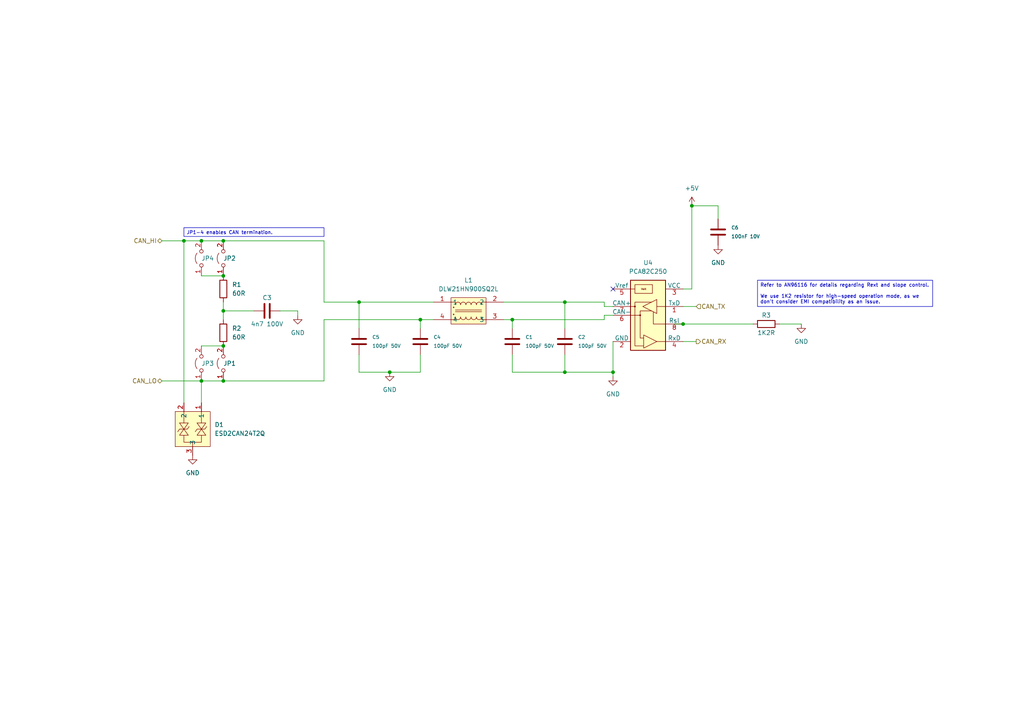
<source format=kicad_sch>
(kicad_sch (version 20230121) (generator eeschema)
  (paper "A4")
  (lib_symbols
    (symbol "Custom:DLW21HN900SQ2L-CUTTAPE"
      (property "Reference" "L" (at 0 7.62 0))
      (property "Value" "DLW21HN900SQ2L-CUTTAPE" (at 0 -7.62 0))
      (symbol "DLW21HN900SQ2L-CUTTAPE_0_1"
        (rectangle (start -5.08 3.81) (end 5.08 -3.81) (fill (type background)))
        (circle (center -4.32 -1.02) (radius 0.13))
        (circle (center -4.32 1.02) (radius 0.13))
        (arc (start -3.81 -1.78) (mid -3.05 -2.5386) (end -2.29 -1.78))
        (arc (start -2.29 -1.78) (mid -1.525 -2.5447) (end -0.76 -1.78))
        (arc (start -2.29 1.78) (mid -3.05 2.5387) (end -3.81 1.78))
        (arc (start -0.76 -1.78) (mid 0 -2.5386) (end 0.76 -1.78))
        (arc (start -0.76 1.78) (mid -1.525 2.5447) (end -2.29 1.78))
        (polyline (pts (xy -3.81 -0.25) (xy 3.81 -0.25)))
        (polyline (pts (xy -3.81 0.25) (xy 3.81 0.25)))
        (polyline (pts (xy -3.81 -1.78) (xy -3.81 -2.54) (xy -5.08 -2.54)))
        (polyline (pts (xy -3.81 1.78) (xy -3.81 2.54) (xy -5.08 2.54)))
        (polyline (pts (xy 3.81 -1.78) (xy 3.81 -2.54) (xy 5.08 -2.54)))
        (polyline (pts (xy 3.81 1.78) (xy 3.81 2.54) (xy 5.08 2.54)))
        (arc (start 0.76 -1.78) (mid 1.525 -2.5447) (end 2.29 -1.78))
        (arc (start 0.76 1.78) (mid 0 2.5387) (end -0.76 1.78))
        (arc (start 2.29 -1.78) (mid 3.05 -2.5386) (end 3.81 -1.78))
        (arc (start 2.29 1.78) (mid 1.525 2.5447) (end 0.76 1.78))
        (arc (start 3.81 1.78) (mid 3.05 2.5387) (end 2.29 1.78))
        (pin unspecified line (at -10.16 2.54 0) (length 5.08) (name "1") (number "1"))
        (pin unspecified line (at 10.16 2.54 180) (length 5.08) (name "2") (number "2"))
        (pin unspecified line (at 10.16 -2.54 180) (length 5.08) (name "3") (number "3"))
        (pin unspecified line (at -10.16 -2.54 0) (length 5.08) (name "4") (number "4"))
      )
    )
    (symbol "Custom:ESD2CAN24T2Q"
      (property "Reference" "D" (at 0 7.62 0))
      (property "Value" "ESD2CAN24T2Q" (at 0 -7.62 0))
      (symbol "ESD2CAN24T2Q_0_1"
        (rectangle (start -7.62 5.08) (end 2.54 -5.08) (fill (type background)))
        (polyline (pts (xy -7.62 0) (xy -6.35 0)))
        (polyline (pts (xy -0.76 -2.54) (xy 2.54 -2.54)))
        (polyline (pts (xy -0.76 2.54) (xy 2.54 2.54)))
        (polyline (pts (xy -4.32 -3.81) (xy -4.32 -1.27) (xy -2.54 -2.54) (xy -4.32 -3.81)) (fill (type background)))
        (polyline (pts (xy -4.32 1.27) (xy -4.32 3.81) (xy -2.54 2.54) (xy -4.32 1.27)) (fill (type background)))
        (polyline (pts (xy -4.32 2.54) (xy -6.35 2.54) (xy -6.35 -2.54) (xy -4.32 -2.54)))
        (polyline (pts (xy -3.3 -0.76) (xy -2.54 -1.27) (xy -2.54 -3.56) (xy -1.78 -4.06)))
        (polyline (pts (xy -3.3 4.32) (xy -2.54 3.81) (xy -2.54 1.52) (xy -1.78 1.02)))
        (polyline (pts (xy -0.76 -1.27) (xy -0.76 -3.81) (xy -2.54 -2.54) (xy -0.76 -1.27)) (fill (type background)))
        (polyline (pts (xy -0.76 3.81) (xy -0.76 1.27) (xy -2.54 2.54) (xy -0.76 3.81)) (fill (type background)))
        (pin unspecified line (at 5.08 -2.54 180) (length 2.54) (name "1") (number "1"))
        (pin unspecified line (at 5.08 2.54 180) (length 2.54) (name "2") (number "2"))
        (pin unspecified line (at -10.16 0 0) (length 2.54) (name "3") (number "3"))
      )
    )
    (symbol "Device:C" (pin_numbers hide) (pin_names (offset 0.254))
      (property "Reference" "C" (at 0.635 2.54 0))
      (property "Value" "C" (at 0.635 -2.54 0))
      (symbol "C_0_1"
        (polyline (pts (xy -2.032 -0.762) (xy 2.032 -0.762)) (stroke (width 0.508)))
        (polyline (pts (xy -2.032 0.762) (xy 2.032 0.762)) (stroke (width 0.508)))
      )
      (symbol "C_1_1"
        (pin passive line (at 0 3.81 270) (length 2.794) (name "~") (number "1"))
        (pin passive line (at 0 -3.81 90) (length 2.794) (name "~") (number "2"))
      )
    )
    (symbol "Device:R" (pin_numbers hide) (pin_names (offset 0))
      (property "Reference" "R" (at 2.032 0 90))
      (property "Value" "R" (at 0 0 90))
      (symbol "R_0_1"
        (rectangle (start -1.016 -2.54) (end 1.016 2.54) (stroke (width 0.254)))
      )
      (symbol "R_1_1"
        (pin passive line (at 0 3.81 270) (length 1.27) (name "~") (number "1"))
        (pin passive line (at 0 -3.81 90) (length 1.27) (name "~") (number "2"))
      )
    )
    (symbol "Interface_CAN_LIN:PCA82C251" (pin_names (offset 0))
      (property "Reference" "U" (at -5.08 13.97 0))
      (property "Value" "PCA82C251" (at -5.08 11.43 0))
      (symbol "PCA82C251_0_1"
        (rectangle (start -5.08 10.16) (end 5.08 -10.16) (stroke (width 0.254)) (fill (type background)))
        (polyline (pts (xy -2.54 -7.62) (xy -5.08 -7.62)))
        (polyline (pts (xy -2.54 2.54) (xy -5.08 2.54)))
        (polyline (pts (xy 2.286 0) (xy 5.08 0)))
        (polyline (pts (xy 3.81 2.54) (xy 5.08 2.54)))
        (polyline (pts (xy 3.81 7.62) (xy 5.08 7.62)))
        (polyline (pts (xy -5.08 -2.54) (xy -1.524 -2.54) (xy -1.524 1.016)))
        (polyline (pts (xy -2.54 -7.62) (xy 1.27 -5.715) (xy 1.27 -9.525) (xy -2.54 -7.62)))
        (polyline (pts (xy -2.54 4.572) (xy -2.54 0.508) (xy 1.524 2.54) (xy -2.54 4.572)))
        (polyline (pts (xy -1.016 1.27) (xy 2.286 1.27) (xy 2.286 -6.604) (xy 1.27 -6.604)))
        (polyline (pts (xy -1.016 3.81) (xy 3.81 3.81) (xy 3.81 -8.89) (xy 1.27 -8.89)))
        (polyline (pts (xy -1.27 8.89) (xy -1.27 6.35) (xy 3.81 6.35) (xy 3.81 8.89) (xy -1.27 8.89)))
        (circle (center 2.286 0) (radius 0.127) (stroke (width 0.254)))
        (circle (center 3.81 2.54) (radius 0.127) (stroke (width 0.254)))
        (text "Volt" (at 1.27 7.62 0) (effects (font (size 0.508 0.508) bold)))
      )
      (symbol "PCA82C251_1_1"
        (pin input line (at -10.16 2.54 0) (length 5.08) (name "TxD") (number "1"))
        (pin power_in line (at 10.16 -7.62 180) (length 5.08) (name "GND") (number "2"))
        (pin power_in line (at -10.16 7.62 0) (length 5.08) (name "VCC") (number "3"))
        (pin output line (at -10.16 -7.62 0) (length 5.08) (name "RxD") (number "4"))
        (pin output line (at 10.16 7.62 180) (length 5.08) (name "Vref") (number "5"))
        (pin bidirectional line (at 10.16 0 180) (length 5.08) (name "CAN-") (number "6"))
        (pin bidirectional line (at 10.16 2.54 180) (length 5.08) (name "CAN+") (number "7"))
        (pin input line (at -10.16 -2.54 0) (length 5.08) (name "Rsl") (number "8"))
      )
    )
    (symbol "Jumper:Jumper_2_Open" (pin_names (offset 0) hide)
      (property "Reference" "JP" (at 0 2.794 0))
      (property "Value" "Jumper_2_Open" (at 0 -2.286 0))
      (symbol "Jumper_2_Open_0_0"
        (circle (center -2.032 0) (radius 0.508))
        (circle (center 2.032 0) (radius 0.508))
      )
      (symbol "Jumper_2_Open_0_1"
        (arc (start 1.524 1.27) (mid 0 1.778) (end -1.524 1.27))
      )
      (symbol "Jumper_2_Open_1_1"
        (pin passive line (at -5.08 0 0) (length 2.54) (name "A") (number "1"))
        (pin passive line (at 5.08 0 180) (length 2.54) (name "B") (number "2"))
      )
    )
    (symbol "power:+5V" (power) (pin_names (offset 0))
      (property "Value" "+5V" (at 0 3.556 0))
      (symbol "+5V_0_1"
        (polyline (pts (xy -0.762 1.27) (xy 0 2.54)))
        (polyline (pts (xy 0 0) (xy 0 2.54)))
        (polyline (pts (xy 0 2.54) (xy 0.762 1.27)))
      )
      (symbol "+5V_1_1"
        (pin power_in line (at 0 0 90) (length 0) hide (name "+5V") (number "1"))
      )
    )
    (symbol "power:GND" (power) (pin_names (offset 0))
      (property "Value" "GND" (at 0 -3.81 0))
      (symbol "GND_0_1"
        (polyline (pts (xy 0 0) (xy 0 -1.27) (xy 1.27 -1.27) (xy 0 -2.54) (xy -1.27 -1.27) (xy 0 -1.27)))
      )
      (symbol "GND_1_1"
        (pin power_in line (at 0 0 270) (length 0) hide (name "GND") (number "1"))
      )
    )
  )
  (junction (at 177.8 107.95))
  (junction (at 64.77 110.49))
  (junction (at 198.12 93.98))
  (junction (at 64.77 69.85))
  (junction (at 104.14 87.63))
  (junction (at 200.66 59.69))
  (junction (at 113.03 107.95))
  (junction (at 163.83 107.95))
  (junction (at 64.77 100.33))
  (junction (at 148.59 92.71))
  (junction (at 163.83 87.63))
  (junction (at 58.42 110.49))
  (junction (at 53.34 69.85))
  (junction (at 64.77 90.17))
  (junction (at 58.42 69.85))
  (junction (at 64.77 80.01))
  (junction (at 121.92 92.71))
  (no_connect (at 177.8 83.82))
  (wire (pts (xy 177.8 99.06) (xy 177.8 107.95)))
  (wire (pts (xy 148.59 92.71) (xy 175.26 92.71)))
  (wire (pts (xy 175.26 92.71) (xy 175.26 91.44)))
  (wire (pts (xy 64.77 69.85) (xy 93.98 69.85)))
  (wire (pts (xy 175.26 88.9) (xy 177.8 88.9)))
  (wire (pts (xy 58.42 110.49) (xy 58.42 116.84)))
  (wire (pts (xy 208.28 59.69) (xy 208.28 63.5)))
  (wire (pts (xy 86.36 91.44) (xy 86.36 90.17)))
  (wire (pts (xy 200.66 59.69) (xy 208.28 59.69)))
  (wire (pts (xy 146.05 92.71) (xy 148.59 92.71)))
  (wire (pts (xy 198.12 88.9) (xy 201.93 88.9)))
  (wire (pts (xy 64.77 110.49) (xy 93.98 110.49)))
  (wire (pts (xy 163.83 107.95) (xy 177.8 107.95)))
  (wire (pts (xy 46.99 110.49) (xy 58.42 110.49)))
  (wire (pts (xy 64.77 90.17) (xy 73.66 90.17)))
  (wire (pts (xy 53.34 69.85) (xy 53.34 116.84)))
  (wire (pts (xy 58.42 80.01) (xy 64.77 80.01)))
  (wire (pts (xy 64.77 87.63) (xy 64.77 90.17)))
  (wire (pts (xy 177.8 107.95) (xy 177.8 109.22)))
  (wire (pts (xy 226.06 93.98) (xy 232.41 93.98)))
  (wire (pts (xy 163.83 102.87) (xy 163.83 107.95)))
  (wire (pts (xy 93.98 92.71) (xy 121.92 92.71)))
  (wire (pts (xy 81.28 90.17) (xy 86.36 90.17)))
  (wire (pts (xy 148.59 95.25) (xy 148.59 92.71)))
  (wire (pts (xy 198.12 99.06) (xy 201.93 99.06)))
  (wire (pts (xy 175.26 91.44) (xy 177.8 91.44)))
  (wire (pts (xy 146.05 87.63) (xy 163.83 87.63)))
  (wire (pts (xy 104.14 102.87) (xy 104.14 107.95)))
  (wire (pts (xy 163.83 87.63) (xy 175.26 87.63)))
  (wire (pts (xy 121.92 92.71) (xy 121.92 95.25)))
  (wire (pts (xy 198.12 93.98) (xy 218.44 93.98)))
  (wire (pts (xy 58.42 110.49) (xy 64.77 110.49)))
  (wire (pts (xy 58.42 69.85) (xy 64.77 69.85)))
  (wire (pts (xy 175.26 87.63) (xy 175.26 88.9)))
  (wire (pts (xy 148.59 107.95) (xy 163.83 107.95)))
  (wire (pts (xy 93.98 69.85) (xy 93.98 87.63)))
  (wire (pts (xy 104.14 107.95) (xy 113.03 107.95)))
  (wire (pts (xy 93.98 87.63) (xy 104.14 87.63)))
  (wire (pts (xy 163.83 87.63) (xy 163.83 95.25)))
  (wire (pts (xy 113.03 107.95) (xy 121.92 107.95)))
  (wire (pts (xy 64.77 90.17) (xy 64.77 92.71)))
  (wire (pts (xy 104.14 87.63) (xy 104.14 95.25)))
  (wire (pts (xy 93.98 110.49) (xy 93.98 92.71)))
  (wire (pts (xy 200.66 83.82) (xy 200.66 59.69)))
  (wire (pts (xy 121.92 92.71) (xy 125.73 92.71)))
  (wire (pts (xy 195.58 93.98) (xy 198.12 93.98)))
  (wire (pts (xy 46.99 69.85) (xy 53.34 69.85)))
  (wire (pts (xy 198.12 83.82) (xy 200.66 83.82)))
  (wire (pts (xy 53.34 69.85) (xy 58.42 69.85)))
  (wire (pts (xy 121.92 102.87) (xy 121.92 107.95)))
  (wire (pts (xy 58.42 100.33) (xy 64.77 100.33)))
  (wire (pts (xy 104.14 87.63) (xy 125.73 87.63)))
  (wire (pts (xy 148.59 102.87) (xy 148.59 107.95)))
  (text_box "Refer to AN96116 for details regarding Rext and slope control.\n\nWe use 1K2 resistor for high-speed operation mode, as we don't consider EMI compatibility as an issue." (at 219.71 81.28 0) (size 50.8 7.62) (effects (font (size 1 1)) (justify left top)))
  (text_box "JP1-4 enables CAN termination." (at 53.34 66.04 0) (size 40.64 2.54) (effects (font (size 1 1)) (justify left top)))
  (hierarchical_label "CAN_HI" (shape bidirectional) (at 46.99 69.85 180))
  (hierarchical_label "CAN_LO" (shape bidirectional) (at 46.99 110.49 180))
  (hierarchical_label "CAN_RX" (shape output) (at 201.93 99.06 0))
  (hierarchical_label "CAN_TX" (shape input) (at 201.93 88.9 0))
  (symbol (lib_id "power:GND") (at 177.8 109.22 0) (unit 1)
    (property "Reference" "#PWR01" (effects hide))
    (property "Value" "GND" (at 177.8 114.3 0))
  )
  (symbol (lib_id "Device:C") (at 121.92 99.06 0) (unit 1)
    (property "Reference" "C4" (at 125.73 97.7899 0) (effects (font (size 1 1)) (justify left)))
    (property "Value" "100pF 50V" (at 125.73 100.3299 0) (effects (font (size 1 1)) (justify left)))
    (property "Footprint" "Capacitor_SMD:C_1206_3216Metric_Pad1.33x1.80mm_HandSolder" (effects hide))
  )
  (symbol (lib_id "power:GND") (at 113.03 107.95 0) (unit 1)
    (property "Reference" "#PWR04" (effects hide))
    (property "Value" "GND" (at 113.03 113.03 0))
  )
  (symbol (lib_id "Device:C") (at 148.59 99.06 0) (unit 1)
    (property "Reference" "C1" (at 152.4 97.7899 0) (effects (font (size 1 1)) (justify left)))
    (property "Value" "100pF 50V" (at 152.4 100.3299 0) (effects (font (size 1 1)) (justify left)))
    (property "Footprint" "Capacitor_SMD:C_1206_3216Metric_Pad1.33x1.80mm_HandSolder" (effects hide))
  )
  (symbol (lib_id "Device:R") (at 64.77 83.82 0) (unit 1)
    (property "Reference" "R1" (at 67.31 82.55 0) (effects (justify left)))
    (property "Value" "60R" (at 67.31 85.09 0) (effects (justify left)))
    (property "Footprint" "Resistor_SMD:R_1206_3216Metric_Pad1.30x1.75mm_HandSolder" (effects hide))
  )
  (symbol (lib_id "Device:C") (at 77.47 90.17 270) (unit 1)
    (property "Reference" "C3" (at 77.47 86.36 90))
    (property "Value" "4n7 100V" (at 77.47 93.98 90))
    (property "Footprint" "Capacitor_SMD:C_1206_3216Metric_Pad1.33x1.80mm_HandSolder" (effects hide))
  )
  (symbol (lib_id "Custom:ESD2CAN24T2Q") (at 55.88 121.92 90) (unit 1)
    (property "Reference" "D1" (at 62.23 123.19 90) (effects (justify right)))
    (property "Value" "ESD2CAN24T2Q" (at 62.23 125.73 90) (effects (justify right)))
    (property "Footprint" "custom:SOT-23-3_L2.9-W1.3-P1.90-LS2.4-BL-1" (effects hide))
    (property "LCSC Part" "C2942563" (effects hide))
  )
  (symbol (lib_id "Device:C") (at 163.83 99.06 0) (unit 1)
    (property "Reference" "C2" (at 167.64 97.7899 0) (effects (font (size 1 1)) (justify left)))
    (property "Value" "100pF 50V" (at 167.64 100.3299 0) (effects (font (size 1 1)) (justify left)))
    (property "Footprint" "Capacitor_SMD:C_1206_3216Metric_Pad1.33x1.80mm_HandSolder" (effects hide))
  )
  (symbol (lib_id "Interface_CAN_LIN:PCA82C251") (at 187.96 91.44 0) (mirror y) (unit 1)
    (property "Reference" "U4" (at 187.96 76.2 0))
    (property "Value" "PCA82C250" (at 187.96 78.74 0))
    (property "Footprint" "Package_SO:SO-8_3.9x4.9mm_P1.27mm" (effects hide))
    (property "Datasheet" "http://www.nxp.com/docs/en/data-sheet/PCA82C250.pdf" (effects hide))
  )
  (symbol (lib_id "Device:C") (at 208.28 67.31 0) (unit 1)
    (property "Reference" "C6" (at 212.09 66.0399 0) (effects (font (size 1 1)) (justify left)))
    (property "Value" "100nF 10V" (at 212.09 68.5799 0) (effects (font (size 1 1)) (justify left)))
    (property "Footprint" "Capacitor_SMD:C_1206_3216Metric_Pad1.33x1.80mm_HandSolder" (effects hide))
  )
  (symbol (lib_id "Device:R") (at 222.25 93.98 90) (unit 1)
    (property "Reference" "R3" (at 222.25 91.44 90))
    (property "Value" "1K2R" (at 222.25 96.52 90))
    (property "Footprint" "Resistor_SMD:R_1206_3216Metric_Pad1.30x1.75mm_HandSolder" (effects hide))
  )
  (symbol (lib_id "power:GND") (at 86.36 91.44 0) (unit 1)
    (property "Reference" "#PWR03" (effects hide))
    (property "Value" "GND" (at 86.36 96.52 0))
  )
  (symbol (lib_id "Jumper:Jumper_2_Open") (at 64.77 74.93 90) (unit 1)
    (property "Reference" "JP2" (at 64.77 74.93 90) (effects (justify right)))
    (property "Value" "Jumper" (effects hide))
    (property "Footprint" "Connector_PinHeader_2.54mm:PinHeader_1x02_P2.54mm_Vertical" (effects hide))
  )
  (symbol (lib_id "power:+5V") (at 200.66 59.69 0) (unit 1)
    (property "Reference" "#PWR06" (effects hide))
    (property "Value" "+5V" (at 200.66 54.61 0))
  )
  (symbol (lib_id "Custom:DLW21HN900SQ2L-CUTTAPE") (at 135.89 90.17 0) (unit 1)
    (property "Reference" "L1" (at 135.89 81.28 0))
    (property "Value" "DLW21HN900SQ2L" (at 135.89 83.82 0))
    (property "Footprint" "custom:FILTER-SMD_4P-L2.0-W1.3-BL_DLW21" (effects hide))
    (property "Datasheet" "https://lcsc.com/product-detail/Common-Mode-Chokes-Filters_Murata-Electronics_DLW21HN900SQ2L-CUTTAPE_Murata-Electronics-DLW21HN900SQ2L-CUTTAPE_C80529.html" (effects hide))
    (property "LCSC Part" "C80529" (effects hide))
  )
  (symbol (lib_id "Device:R") (at 64.77 96.52 0) (unit 1)
    (property "Reference" "R2" (at 67.31 95.25 0) (effects (justify left)))
    (property "Value" "60R" (at 67.31 97.79 0) (effects (justify left)))
    (property "Footprint" "Resistor_SMD:R_1206_3216Metric_Pad1.30x1.75mm_HandSolder" (effects hide))
  )
  (symbol (lib_id "power:GND") (at 208.28 71.12 0) (unit 1)
    (property "Reference" "#PWR07" (effects hide))
    (property "Value" "GND" (at 208.28 76.2 0))
  )
  (symbol (lib_id "Jumper:Jumper_2_Open") (at 58.42 74.93 90) (unit 1)
    (property "Reference" "JP4" (at 58.42 74.93 90) (effects (justify right)))
    (property "Value" "Jumper" (effects hide))
    (property "Footprint" "Jumper:SolderJumper-2_P1.3mm_Open_TrianglePad1.0x1.5mm" (effects hide))
  )
  (symbol (lib_id "power:GND") (at 232.41 93.98 0) (unit 1)
    (property "Reference" "#PWR05" (effects hide))
    (property "Value" "GND" (at 232.41 99.06 0))
  )
  (symbol (lib_id "Jumper:Jumper_2_Open") (at 64.77 105.41 90) (unit 1)
    (property "Reference" "JP1" (at 64.77 105.41 90) (effects (justify right)))
    (property "Value" "Jumper" (effects hide))
    (property "Footprint" "Connector_PinHeader_2.54mm:PinHeader_1x02_P2.54mm_Vertical" (effects hide))
  )
  (symbol (lib_id "Device:C") (at 104.14 99.06 0) (unit 1)
    (property "Reference" "C5" (at 107.95 97.7899 0) (effects (font (size 1 1)) (justify left)))
    (property "Value" "100pF 50V" (at 107.95 100.3299 0) (effects (font (size 1 1)) (justify left)))
    (property "Footprint" "Capacitor_SMD:C_1206_3216Metric_Pad1.33x1.80mm_HandSolder" (effects hide))
  )
  (symbol (lib_id "power:GND") (at 55.88 132.08 0) (unit 1)
    (property "Reference" "#PWR02" (effects hide))
    (property "Value" "GND" (at 55.88 137.16 0))
  )
  (symbol (lib_id "Jumper:Jumper_2_Open") (at 58.42 105.41 90) (unit 1)
    (property "Reference" "JP3" (at 58.42 105.41 90) (effects (justify right)))
    (property "Value" "Jumper" (effects hide))
    (property "Footprint" "Jumper:SolderJumper-2_P1.3mm_Open_TrianglePad1.0x1.5mm" (effects hide))
  )
)
</source>
